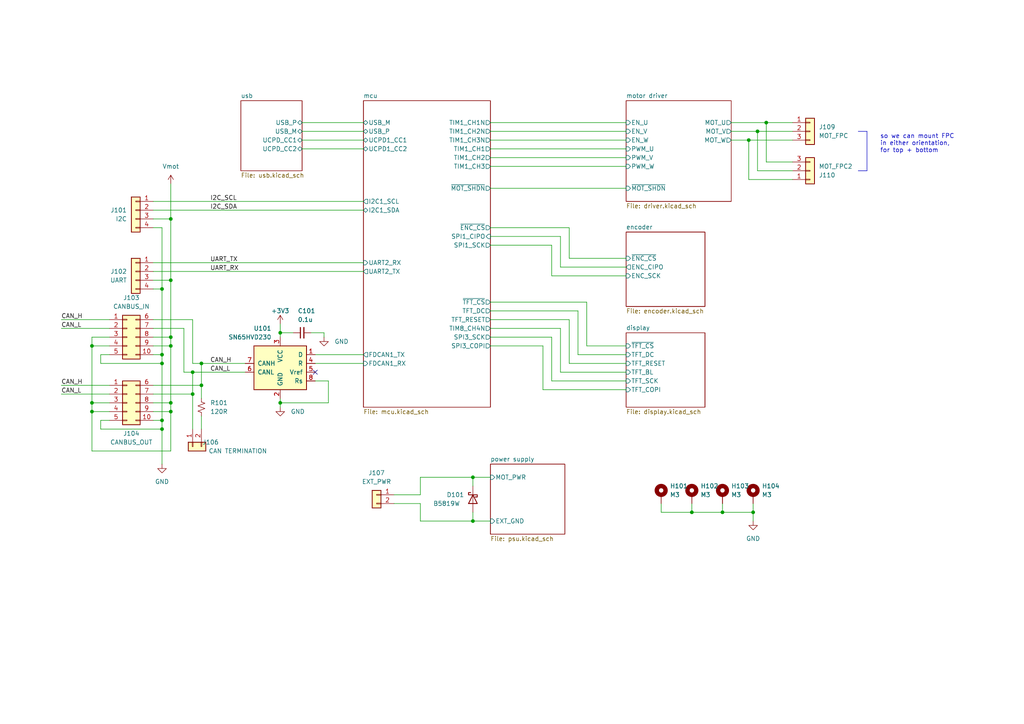
<source format=kicad_sch>
(kicad_sch (version 20230121) (generator eeschema)
  (paper "A4")
  (title_block (title "PERIPHERAL DIAGRAM") (date "2023-06-17") (rev "1.0") (company "matei repair lab"))
  (lib_symbols
    (symbol "Connector_Generic:Conn_01x02" (pin_names (offset 1.016) hide)
      (property "Reference" "J" (at 0 2.54 0))
      (property "Value" "Conn_01x02" (at 0 -5.08 0))
      (symbol "Conn_01x02_1_1"
        (rectangle (start -1.27 -2.413) (end 0 -2.667) (stroke (width 0.1524)))
        (rectangle (start -1.27 0.127) (end 0 -0.127) (stroke (width 0.1524)))
        (rectangle (start -1.27 1.27) (end 1.27 -3.81) (stroke (width 0.254)) (fill (type background)))
        (pin passive line (at -5.08 0 0) (length 3.81) (name "Pin_1") (number "1"))
        (pin passive line (at -5.08 -2.54 0) (length 3.81) (name "Pin_2") (number "2"))
      )
    )
    (symbol "Connector_Generic:Conn_01x03" (pin_names (offset 1.016) hide)
      (property "Reference" "J" (at 0 5.08 0))
      (property "Value" "Conn_01x03" (at 0 -5.08 0))
      (symbol "Conn_01x03_1_1"
        (rectangle (start -1.27 -2.413) (end 0 -2.667) (stroke (width 0.1524)))
        (rectangle (start -1.27 0.127) (end 0 -0.127) (stroke (width 0.1524)))
        (rectangle (start -1.27 2.667) (end 0 2.413) (stroke (width 0.1524)))
        (rectangle (start -1.27 3.81) (end 1.27 -3.81) (stroke (width 0.254)) (fill (type background)))
        (pin passive line (at -5.08 2.54 0) (length 3.81) (name "Pin_1") (number "1"))
        (pin passive line (at -5.08 0 0) (length 3.81) (name "Pin_2") (number "2"))
        (pin passive line (at -5.08 -2.54 0) (length 3.81) (name "Pin_3") (number "3"))
      )
    )
    (symbol "Connector_Generic:Conn_01x04" (pin_names (offset 1.016) hide)
      (property "Reference" "J" (at 0 5.08 0))
      (property "Value" "Conn_01x04" (at 0 -7.62 0))
      (symbol "Conn_01x04_1_1"
        (rectangle (start -1.27 -4.953) (end 0 -5.207) (stroke (width 0.1524)))
        (rectangle (start -1.27 -2.413) (end 0 -2.667) (stroke (width 0.1524)))
        (rectangle (start -1.27 0.127) (end 0 -0.127) (stroke (width 0.1524)))
        (rectangle (start -1.27 2.667) (end 0 2.413) (stroke (width 0.1524)))
        (rectangle (start -1.27 3.81) (end 1.27 -6.35) (stroke (width 0.254)) (fill (type background)))
        (pin passive line (at -5.08 2.54 0) (length 3.81) (name "Pin_1") (number "1"))
        (pin passive line (at -5.08 0 0) (length 3.81) (name "Pin_2") (number "2"))
        (pin passive line (at -5.08 -2.54 0) (length 3.81) (name "Pin_3") (number "3"))
        (pin passive line (at -5.08 -5.08 0) (length 3.81) (name "Pin_4") (number "4"))
      )
    )
    (symbol "Connector_Generic:Conn_02x05_Top_Bottom" (pin_names (offset 1.016) hide)
      (property "Reference" "J" (at 1.27 7.62 0))
      (property "Value" "Conn_02x05_Top_Bottom" (at 1.27 -7.62 0))
      (symbol "Conn_02x05_Top_Bottom_1_1"
        (rectangle (start -1.27 -4.953) (end 0 -5.207) (stroke (width 0.1524)))
        (rectangle (start -1.27 -2.413) (end 0 -2.667) (stroke (width 0.1524)))
        (rectangle (start -1.27 0.127) (end 0 -0.127) (stroke (width 0.1524)))
        (rectangle (start -1.27 2.667) (end 0 2.413) (stroke (width 0.1524)))
        (rectangle (start -1.27 5.207) (end 0 4.953) (stroke (width 0.1524)))
        (rectangle (start -1.27 6.35) (end 3.81 -6.35) (stroke (width 0.254)) (fill (type background)))
        (rectangle (start 3.81 -4.953) (end 2.54 -5.207) (stroke (width 0.1524)))
        (rectangle (start 3.81 -2.413) (end 2.54 -2.667) (stroke (width 0.1524)))
        (rectangle (start 3.81 0.127) (end 2.54 -0.127) (stroke (width 0.1524)))
        (rectangle (start 3.81 2.667) (end 2.54 2.413) (stroke (width 0.1524)))
        (rectangle (start 3.81 5.207) (end 2.54 4.953) (stroke (width 0.1524)))
        (pin passive line (at -5.08 5.08 0) (length 3.81) (name "Pin_1") (number "1"))
        (pin passive line (at 7.62 -5.08 180) (length 3.81) (name "Pin_10") (number "10"))
        (pin passive line (at -5.08 2.54 0) (length 3.81) (name "Pin_2") (number "2"))
        (pin passive line (at -5.08 0 0) (length 3.81) (name "Pin_3") (number "3"))
        (pin passive line (at -5.08 -2.54 0) (length 3.81) (name "Pin_4") (number "4"))
        (pin passive line (at -5.08 -5.08 0) (length 3.81) (name "Pin_5") (number "5"))
        (pin passive line (at 7.62 5.08 180) (length 3.81) (name "Pin_6") (number "6"))
        (pin passive line (at 7.62 2.54 180) (length 3.81) (name "Pin_7") (number "7"))
        (pin passive line (at 7.62 0 180) (length 3.81) (name "Pin_8") (number "8"))
        (pin passive line (at 7.62 -2.54 180) (length 3.81) (name "Pin_9") (number "9"))
      )
    )
    (symbol "Device:C_Small" (pin_numbers hide) (pin_names (offset 0.254) hide)
      (property "Reference" "C" (at 0.254 1.778 0))
      (property "Value" "C_Small" (at 0.254 -2.032 0))
      (symbol "C_Small_0_1"
        (polyline (pts (xy -1.524 -0.508) (xy 1.524 -0.508)) (stroke (width 0.3302)))
        (polyline (pts (xy -1.524 0.508) (xy 1.524 0.508)) (stroke (width 0.3048)))
      )
      (symbol "C_Small_1_1"
        (pin passive line (at 0 2.54 270) (length 2.032) (name "~") (number "1"))
        (pin passive line (at 0 -2.54 90) (length 2.032) (name "~") (number "2"))
      )
    )
    (symbol "Device:D_Schottky" (pin_numbers hide) (pin_names (offset 1.016) hide)
      (property "Reference" "D" (at 0 2.54 0))
      (property "Value" "D_Schottky" (at 0 -2.54 0))
      (symbol "D_Schottky_0_1"
        (polyline (pts (xy 1.27 0) (xy -1.27 0)))
        (polyline (pts (xy 1.27 1.27) (xy 1.27 -1.27) (xy -1.27 0) (xy 1.27 1.27)) (stroke (width 0.254)))
        (polyline (pts (xy -1.905 0.635) (xy -1.905 1.27) (xy -1.27 1.27) (xy -1.27 -1.27) (xy -0.635 -1.27) (xy -0.635 -0.635)) (stroke (width 0.254)))
      )
      (symbol "D_Schottky_1_1"
        (pin passive line (at -3.81 0 0) (length 2.54) (name "K") (number "1"))
        (pin passive line (at 3.81 0 180) (length 2.54) (name "A") (number "2"))
      )
    )
    (symbol "Device:R_Small_US" (pin_numbers hide) (pin_names (offset 0.254) hide)
      (property "Reference" "R" (at 0.762 0.508 0))
      (property "Value" "R_Small_US" (at 0.762 -1.016 0))
      (symbol "R_Small_US_1_1"
        (polyline (pts (xy 0 0) (xy 1.016 -0.381) (xy 0 -0.762) (xy -1.016 -1.143) (xy 0 -1.524)))
        (polyline (pts (xy 0 1.524) (xy 1.016 1.143) (xy 0 0.762) (xy -1.016 0.381) (xy 0 0)))
        (pin passive line (at 0 2.54 270) (length 1.016) (name "~") (number "1"))
        (pin passive line (at 0 -2.54 90) (length 1.016) (name "~") (number "2"))
      )
    )
    (symbol "Interface_CAN_LIN:SN65HVD230" (pin_names (offset 1.016))
      (property "Reference" "U" (at -2.54 10.16 0))
      (property "Value" "SN65HVD230" (at -2.54 7.62 0))
      (symbol "SN65HVD230_0_1"
        (rectangle (start -7.62 5.08) (end 7.62 -7.62) (stroke (width 0.254)) (fill (type background)))
      )
      (symbol "SN65HVD230_1_1"
        (pin input line (at -10.16 2.54 0) (length 2.54) (name "D") (number "1"))
        (pin power_in line (at 0 -10.16 90) (length 2.54) (name "GND") (number "2"))
        (pin power_in line (at 0 7.62 270) (length 2.54) (name "VCC") (number "3"))
        (pin output line (at -10.16 0 0) (length 2.54) (name "R") (number "4"))
        (pin output line (at -10.16 -2.54 0) (length 2.54) (name "Vref") (number "5"))
        (pin bidirectional line (at 10.16 -2.54 180) (length 2.54) (name "CANL") (number "6"))
        (pin bidirectional line (at 10.16 0 180) (length 2.54) (name "CANH") (number "7"))
        (pin input line (at -10.16 -5.08 0) (length 2.54) (name "Rs") (number "8"))
      )
    )
    (symbol "Mechanical:MountingHole_Pad" (pin_numbers hide) (pin_names (offset 1.016) hide)
      (property "Reference" "H" (at 0 6.35 0))
      (property "Value" "MountingHole_Pad" (at 0 4.445 0))
      (symbol "MountingHole_Pad_0_1"
        (circle (center 0 1.27) (radius 1.27) (stroke (width 1.27)))
      )
      (symbol "MountingHole_Pad_1_1"
        (pin input line (at 0 -2.54 90) (length 2.54) (name "1") (number "1"))
      )
    )
    (symbol "matei:Vmot" (power) (pin_names (offset 0))
      (property "Value" "Vmot" (at 0 3.81 0))
      (symbol "Vmot_0_1"
        (polyline (pts (xy -0.762 1.27) (xy 0 2.54)))
        (polyline (pts (xy 0 0) (xy 0 2.54)))
        (polyline (pts (xy 0 2.54) (xy 0.762 1.27)))
      )
      (symbol "Vmot_1_1"
        (pin power_in line (at 0 0 90) (length 0) hide (name "Vmot") (number "1"))
      )
    )
    (symbol "power:+3V3" (power) (pin_names (offset 0))
      (property "Value" "+3V3" (at 0 3.556 0))
      (symbol "+3V3_0_1"
        (polyline (pts (xy -0.762 1.27) (xy 0 2.54)))
        (polyline (pts (xy 0 0) (xy 0 2.54)))
        (polyline (pts (xy 0 2.54) (xy 0.762 1.27)))
      )
      (symbol "+3V3_1_1"
        (pin power_in line (at 0 0 90) (length 0) hide (name "+3V3") (number "1"))
      )
    )
    (symbol "power:GND" (power) (pin_names (offset 0))
      (property "Value" "GND" (at 0 -3.81 0))
      (symbol "GND_0_1"
        (polyline (pts (xy 0 0) (xy 0 -1.27) (xy 1.27 -1.27) (xy 0 -2.54) (xy -1.27 -1.27) (xy 0 -1.27)))
      )
      (symbol "GND_1_1"
        (pin power_in line (at 0 0 270) (length 0) hide (name "GND") (number "1"))
      )
    )
  )
  (junction (at 137.16 151.13))
  (junction (at 219.71 38.1))
  (junction (at 26.67 116.84))
  (junction (at 49.53 97.79))
  (junction (at 49.53 63.5))
  (junction (at 26.67 100.33))
  (junction (at 222.25 35.56))
  (junction (at 26.67 119.38))
  (junction (at 58.42 105.41))
  (junction (at 55.88 114.3))
  (junction (at 217.17 40.64))
  (junction (at 209.55 148.59))
  (junction (at 81.28 96.52))
  (junction (at 218.44 148.59))
  (junction (at 46.99 102.87))
  (junction (at 46.99 121.92))
  (junction (at 137.16 138.43))
  (junction (at 200.66 148.59))
  (junction (at 46.99 124.46))
  (junction (at 49.53 116.84))
  (junction (at 81.28 116.84))
  (junction (at 46.99 105.41))
  (junction (at 49.53 100.33))
  (junction (at 58.42 111.76))
  (junction (at 46.99 83.82))
  (junction (at 55.88 107.95))
  (junction (at 49.53 119.38))
  (junction (at 49.53 81.28))
  (no_connect (at 91.44 107.95))
  (wire (pts (xy 165.1 105.41) (xy 181.61 105.41)))
  (wire (pts (xy 55.88 107.95) (xy 55.88 114.3)))
  (wire (pts (xy 142.24 38.1) (xy 181.61 38.1)))
  (wire (pts (xy 219.71 38.1) (xy 219.71 49.53)))
  (wire (pts (xy 114.3 146.05) (xy 121.92 146.05)))
  (wire (pts (xy 160.02 80.01) (xy 181.61 80.01)))
  (wire (pts (xy 17.78 95.25) (xy 31.75 95.25)))
  (wire (pts (xy 167.64 102.87) (xy 181.61 102.87)))
  (wire (pts (xy 218.44 148.59) (xy 218.44 151.13)))
  (wire (pts (xy 55.88 114.3) (xy 55.88 124.46)))
  (wire (pts (xy 26.67 116.84) (xy 26.67 100.33)))
  (wire (pts (xy 137.16 151.13) (xy 142.24 151.13)))
  (wire (pts (xy 44.45 83.82) (xy 46.99 83.82)))
  (wire (pts (xy 81.28 96.52) (xy 85.09 96.52)))
  (wire (pts (xy 209.55 146.05) (xy 209.55 148.59)))
  (wire (pts (xy 49.53 116.84) (xy 49.53 119.38)))
  (wire (pts (xy 142.24 48.26) (xy 181.61 48.26)))
  (wire (pts (xy 81.28 116.84) (xy 81.28 118.11)))
  (wire (pts (xy 26.67 100.33) (xy 31.75 100.33)))
  (wire (pts (xy 191.77 146.05) (xy 191.77 148.59)))
  (wire (pts (xy 142.24 54.61) (xy 181.61 54.61)))
  (wire (pts (xy 219.71 49.53) (xy 229.87 49.53)))
  (wire (pts (xy 87.63 40.64) (xy 105.41 40.64)))
  (wire (pts (xy 165.1 74.93) (xy 181.61 74.93)))
  (wire (pts (xy 121.92 138.43) (xy 137.16 138.43)))
  (wire (pts (xy 26.67 119.38) (xy 26.67 130.81)))
  (wire (pts (xy 212.09 38.1) (xy 219.71 38.1)))
  (wire (pts (xy 29.21 124.46) (xy 46.99 124.46)))
  (wire (pts (xy 142.24 68.58) (xy 162.56 68.58)))
  (wire (pts (xy 31.75 116.84) (xy 26.67 116.84)))
  (wire (pts (xy 142.24 40.64) (xy 181.61 40.64)))
  (wire (pts (xy 53.34 107.95) (xy 55.88 107.95)))
  (wire (pts (xy 49.53 63.5) (xy 49.53 81.28)))
  (wire (pts (xy 46.99 83.82) (xy 46.99 102.87)))
  (wire (pts (xy 29.21 102.87) (xy 29.21 105.41)))
  (wire (pts (xy 137.16 138.43) (xy 137.16 140.97)))
  (wire (pts (xy 142.24 100.33) (xy 157.48 100.33)))
  (wire (pts (xy 53.34 95.25) (xy 53.34 107.95)))
  (wire (pts (xy 87.63 38.1) (xy 105.41 38.1)))
  (wire (pts (xy 44.45 76.2) (xy 105.41 76.2)))
  (wire (pts (xy 160.02 110.49) (xy 181.61 110.49)))
  (wire (pts (xy 165.1 66.04) (xy 165.1 74.93)))
  (wire (pts (xy 191.77 148.59) (xy 200.66 148.59)))
  (wire (pts (xy 142.24 71.12) (xy 160.02 71.12)))
  (wire (pts (xy 219.71 38.1) (xy 229.87 38.1)))
  (wire (pts (xy 44.45 119.38) (xy 49.53 119.38)))
  (wire (pts (xy 26.67 119.38) (xy 31.75 119.38)))
  (wire (pts (xy 142.24 35.56) (xy 181.61 35.56)))
  (wire (pts (xy 26.67 97.79) (xy 31.75 97.79)))
  (wire (pts (xy 121.92 146.05) (xy 121.92 151.13)))
  (wire (pts (xy 200.66 146.05) (xy 200.66 148.59)))
  (polyline (pts (xy 248.92 49.53) (xy 251.46 49.53)))
  (wire (pts (xy 91.44 102.87) (xy 105.41 102.87)))
  (wire (pts (xy 212.09 40.64) (xy 217.17 40.64)))
  (wire (pts (xy 49.53 100.33) (xy 49.53 116.84)))
  (wire (pts (xy 44.45 116.84) (xy 49.53 116.84)))
  (wire (pts (xy 200.66 148.59) (xy 209.55 148.59)))
  (wire (pts (xy 44.45 121.92) (xy 46.99 121.92)))
  (wire (pts (xy 222.25 35.56) (xy 229.87 35.56)))
  (wire (pts (xy 44.45 97.79) (xy 49.53 97.79)))
  (wire (pts (xy 17.78 111.76) (xy 31.75 111.76)))
  (wire (pts (xy 142.24 92.71) (xy 165.1 92.71)))
  (wire (pts (xy 157.48 113.03) (xy 181.61 113.03)))
  (wire (pts (xy 160.02 71.12) (xy 160.02 80.01)))
  (wire (pts (xy 160.02 97.79) (xy 160.02 110.49)))
  (wire (pts (xy 46.99 102.87) (xy 46.99 105.41)))
  (wire (pts (xy 81.28 93.98) (xy 81.28 96.52)))
  (wire (pts (xy 29.21 121.92) (xy 29.21 124.46)))
  (wire (pts (xy 44.45 58.42) (xy 105.41 58.42)))
  (wire (pts (xy 26.67 130.81) (xy 49.53 130.81)))
  (polyline (pts (xy 251.46 38.1) (xy 251.46 49.53)))
  (wire (pts (xy 218.44 146.05) (xy 218.44 148.59)))
  (wire (pts (xy 49.53 53.34) (xy 49.53 63.5)))
  (wire (pts (xy 217.17 40.64) (xy 229.87 40.64)))
  (wire (pts (xy 170.18 100.33) (xy 181.61 100.33)))
  (wire (pts (xy 170.18 87.63) (xy 170.18 100.33)))
  (wire (pts (xy 44.45 63.5) (xy 49.53 63.5)))
  (wire (pts (xy 165.1 92.71) (xy 165.1 105.41)))
  (wire (pts (xy 121.92 151.13) (xy 137.16 151.13)))
  (wire (pts (xy 44.45 60.96) (xy 105.41 60.96)))
  (wire (pts (xy 55.88 107.95) (xy 71.12 107.95)))
  (wire (pts (xy 26.67 100.33) (xy 26.67 97.79)))
  (wire (pts (xy 44.45 100.33) (xy 49.53 100.33)))
  (wire (pts (xy 17.78 114.3) (xy 31.75 114.3)))
  (wire (pts (xy 93.98 96.52) (xy 93.98 97.79)))
  (wire (pts (xy 162.56 68.58) (xy 162.56 77.47)))
  (wire (pts (xy 142.24 45.72) (xy 181.61 45.72)))
  (wire (pts (xy 162.56 95.25) (xy 162.56 107.95)))
  (wire (pts (xy 87.63 43.18) (xy 105.41 43.18)))
  (wire (pts (xy 58.42 105.41) (xy 58.42 111.76)))
  (wire (pts (xy 58.42 120.65) (xy 58.42 124.46)))
  (wire (pts (xy 142.24 87.63) (xy 170.18 87.63)))
  (wire (pts (xy 95.25 116.84) (xy 81.28 116.84)))
  (wire (pts (xy 49.53 81.28) (xy 49.53 97.79)))
  (wire (pts (xy 91.44 110.49) (xy 95.25 110.49)))
  (wire (pts (xy 49.53 97.79) (xy 49.53 100.33)))
  (wire (pts (xy 55.88 105.41) (xy 58.42 105.41)))
  (wire (pts (xy 58.42 111.76) (xy 58.42 115.57)))
  (wire (pts (xy 212.09 35.56) (xy 222.25 35.56)))
  (wire (pts (xy 44.45 66.04) (xy 46.99 66.04)))
  (wire (pts (xy 142.24 90.17) (xy 167.64 90.17)))
  (wire (pts (xy 137.16 138.43) (xy 142.24 138.43)))
  (wire (pts (xy 142.24 43.18) (xy 181.61 43.18)))
  (wire (pts (xy 209.55 148.59) (xy 218.44 148.59)))
  (wire (pts (xy 95.25 110.49) (xy 95.25 116.84)))
  (wire (pts (xy 55.88 92.71) (xy 55.88 105.41)))
  (wire (pts (xy 44.45 81.28) (xy 49.53 81.28)))
  (wire (pts (xy 26.67 116.84) (xy 26.67 119.38)))
  (wire (pts (xy 222.25 46.99) (xy 229.87 46.99)))
  (polyline (pts (xy 248.92 38.1) (xy 251.46 38.1)))
  (wire (pts (xy 44.45 78.74) (xy 105.41 78.74)))
  (wire (pts (xy 44.45 111.76) (xy 58.42 111.76)))
  (wire (pts (xy 46.99 105.41) (xy 46.99 121.92)))
  (wire (pts (xy 44.45 95.25) (xy 53.34 95.25)))
  (wire (pts (xy 142.24 97.79) (xy 160.02 97.79)))
  (wire (pts (xy 17.78 92.71) (xy 31.75 92.71)))
  (wire (pts (xy 91.44 105.41) (xy 105.41 105.41)))
  (wire (pts (xy 167.64 90.17) (xy 167.64 102.87)))
  (wire (pts (xy 31.75 121.92) (xy 29.21 121.92)))
  (wire (pts (xy 58.42 105.41) (xy 71.12 105.41)))
  (wire (pts (xy 137.16 148.59) (xy 137.16 151.13)))
  (wire (pts (xy 157.48 100.33) (xy 157.48 113.03)))
  (wire (pts (xy 162.56 77.47) (xy 181.61 77.47)))
  (wire (pts (xy 49.53 119.38) (xy 49.53 130.81)))
  (wire (pts (xy 142.24 66.04) (xy 165.1 66.04)))
  (wire (pts (xy 217.17 52.07) (xy 229.87 52.07)))
  (wire (pts (xy 46.99 121.92) (xy 46.99 124.46)))
  (wire (pts (xy 46.99 124.46) (xy 46.99 134.62)))
  (wire (pts (xy 114.3 143.51) (xy 121.92 143.51)))
  (wire (pts (xy 87.63 35.56) (xy 105.41 35.56)))
  (wire (pts (xy 90.17 96.52) (xy 93.98 96.52)))
  (wire (pts (xy 31.75 102.87) (xy 29.21 102.87)))
  (wire (pts (xy 222.25 35.56) (xy 222.25 46.99)))
  (wire (pts (xy 81.28 96.52) (xy 81.28 97.79)))
  (wire (pts (xy 29.21 105.41) (xy 46.99 105.41)))
  (wire (pts (xy 44.45 114.3) (xy 55.88 114.3)))
  (wire (pts (xy 217.17 40.64) (xy 217.17 52.07)))
  (wire (pts (xy 121.92 143.51) (xy 121.92 138.43)))
  (wire (pts (xy 142.24 95.25) (xy 162.56 95.25)))
  (wire (pts (xy 81.28 116.84) (xy 81.28 115.57)))
  (wire (pts (xy 44.45 102.87) (xy 46.99 102.87)))
  (wire (pts (xy 162.56 107.95) (xy 181.61 107.95)))
  (wire (pts (xy 46.99 66.04) (xy 46.99 83.82)))
  (wire (pts (xy 44.45 92.71) (xy 55.88 92.71)))
  (text "so we can mount FPC \nin either orientation, \nfor top + bottom " (at 255.27 44.45 0) (effects (font (size 1.27 1.27)) (justify left bottom)))
  (label "CAN_L" (at 17.78 114.3 0))
  (label "I2C_SDA" (at 60.96 60.96 0))
  (label "UART_TX" (at 60.96 76.2 0))
  (label "CAN_L" (at 17.78 95.25 0))
  (label "CAN_H" (at 17.78 92.71 0))
  (label "CAN_H" (at 60.96 105.41 0))
  (label "CAN_L" (at 60.96 107.95 0))
  (label "I2C_SCL" (at 60.96 58.42 0))
  (label "UART_RX" (at 60.96 78.74 0))
  (label "CAN_H" (at 17.78 111.76 0))
  (symbol (lib_id "Device:R_Small_US") (at 58.42 118.11 180) (unit 1)
    (property "Reference" "R101" (at 60.96 116.84 0) (effects (justify right)))
    (property "Value" "120R" (at 60.96 119.38 0) (effects (justify right)))
    (property "Footprint" "Resistor_SMD:R_0402_1005Metric" (effects hide))
  )
  (symbol (lib_id "power:GND") (at 93.98 97.79 0) (unit 1)
    (property "Reference" "#PWR0105" (effects hide))
    (property "Value" "GND" (at 99.06 99.06 0))
  )
  (symbol (lib_id "Device:D_Schottky") (at 137.16 144.78 90) (mirror x) (unit 1)
    (property "Reference" "D101" (at 132.08 143.51 90))
    (property "Value" "B5819W" (at 129.54 146.05 90))
    (property "Footprint" "Diode_SMD:D_SOD-123" (effects hide))
  )
  (symbol (lib_id "Mechanical:MountingHole_Pad") (at 200.66 143.51 0) (unit 1)
    (property "Reference" "H102" (at 203.2 140.97 0) (effects (justify left)))
    (property "Value" "M3" (at 203.2 143.51 0) (effects (justify left)))
    (property "Footprint" "MountingHole:MountingHole_3.2mm_M3_DIN965_Pad" (effects hide))
  )
  (symbol (lib_id "Connector_Generic:Conn_01x02") (at 109.22 143.51 0) (mirror y) (unit 1)
    (property "Reference" "J107" (at 109.22 137.16 0))
    (property "Value" "EXT_PWR" (at 109.22 139.7 0))
    (property "Footprint" "matei:JST-XH-edgemount-2p" (effects hide))
  )
  (symbol (lib_id "Device:C_Small") (at 87.63 96.52 90) (mirror x) (unit 1)
    (property "Reference" "C101" (at 86.36 90.17 90) (effects (justify right)))
    (property "Value" "0.1u" (at 86.36 92.71 90) (effects (justify right)))
    (property "Footprint" "Capacitor_SMD:C_0402_1005Metric" (effects hide))
  )
  (symbol (lib_id "Mechanical:MountingHole_Pad") (at 191.77 143.51 0) (unit 1)
    (property "Reference" "H101" (at 194.31 140.97 0) (effects (justify left)))
    (property "Value" "M3" (at 194.31 143.51 0) (effects (justify left)))
    (property "Footprint" "MountingHole:MountingHole_3.2mm_M3_DIN965_Pad" (effects hide))
  )
  (symbol (lib_id "Connector_Generic:Conn_01x04") (at 39.37 60.96 0) (mirror y) (unit 1)
    (property "Reference" "J101" (at 36.83 60.96 0) (effects (justify left)))
    (property "Value" "I2C" (at 36.83 63.5 0) (effects (justify left)))
    (property "Footprint" "Connector_PinHeader_2.54mm:PinHeader_2x02_P2.54mm_Vertical" (effects hide))
  )
  (symbol (lib_id "Connector_Generic:Conn_02x05_Top_Bottom") (at 36.83 116.84 0) (unit 1)
    (property "Reference" "J104" (at 38.1 125.73 0))
    (property "Value" "CANBUS_OUT" (at 38.1 128.27 0))
    (property "Footprint" "matei:AVX-009159010061911" (effects hide))
  )
  (symbol (lib_id "Connector_Generic:Conn_01x03") (at 234.95 38.1 0) (unit 1)
    (property "Reference" "J109" (at 237.49 36.83 0) (effects (justify left)))
    (property "Value" "MOT_FPC" (at 237.49 39.37 0) (effects (justify left)))
    (property "Footprint" "matei:FPC-SMD_3P-P1.00_HDGC_1.0K-LS-3PWB-BOTTOMCONTACT" (effects hide))
  )
  (symbol (lib_id "Interface_CAN_LIN:SN65HVD230") (at 81.28 105.41 0) (mirror y) (unit 1)
    (property "Reference" "U101" (at 78.74 95.25 0) (effects (justify left)))
    (property "Value" "SN65HVD230" (at 78.74 97.79 0) (effects (justify left)))
    (property "Footprint" "Package_SO:SOIC-8_3.9x4.9mm_P1.27mm" (effects hide))
    (property "Datasheet" "http://www.ti.com/lit/ds/symlink/sn65hvd230.pdf" (effects hide))
  )
  (symbol (lib_id "power:GND") (at 81.28 118.11 0) (unit 1)
    (property "Reference" "#PWR0104" (effects hide))
    (property "Value" "GND" (at 86.36 119.38 0))
  )
  (symbol (lib_id "power:GND") (at 46.99 134.62 0) (mirror y) (unit 1)
    (property "Reference" "#PWR0101" (effects hide))
    (property "Value" "GND" (at 46.99 139.7 0))
  )
  (symbol (lib_id "power:GND") (at 218.44 151.13 0) (mirror y) (unit 1)
    (property "Reference" "#PWR0106" (effects hide))
    (property "Value" "GND" (at 218.44 156.21 0))
  )
  (symbol (lib_id "matei:Vmot") (at 49.53 53.34 0) (unit 1)
    (property "Reference" "#PWR0102" (effects hide))
    (property "Value" "Vmot" (at 49.53 48.26 0))
  )
  (symbol (lib_id "Mechanical:MountingHole_Pad") (at 209.55 143.51 0) (unit 1)
    (property "Reference" "H103" (at 212.09 140.97 0) (effects (justify left)))
    (property "Value" "M3" (at 212.09 143.51 0) (effects (justify left)))
    (property "Footprint" "MountingHole:MountingHole_3.2mm_M3_DIN965_Pad" (effects hide))
  )
  (symbol (lib_id "Mechanical:MountingHole_Pad") (at 218.44 143.51 0) (unit 1)
    (property "Reference" "H104" (at 220.98 140.97 0) (effects (justify left)))
    (property "Value" "M3" (at 220.98 143.51 0) (effects (justify left)))
    (property "Footprint" "MountingHole:MountingHole_3.2mm_M3_DIN965_Pad" (effects hide))
  )
  (symbol (lib_id "Connector_Generic:Conn_01x02") (at 55.88 129.54 90) (mirror x) (unit 1)
    (property "Reference" "J106" (at 63.5 128.27 90) (effects (justify left)))
    (property "Value" "CAN TERMINATION" (at 77.47 130.81 90) (effects (justify left)))
    (property "Footprint" "Jumper:SolderJumper-2_P1.3mm_Open_RoundedPad1.0x1.5mm" (effects hide))
  )
  (symbol (lib_id "Connector_Generic:Conn_01x03") (at 234.95 49.53 0) (mirror x) (unit 1)
    (property "Reference" "J110" (at 237.49 50.8 0) (effects (justify left)))
    (property "Value" "MOT_FPC2" (at 237.49 48.26 0) (effects (justify left)))
    (property "Footprint" "matei:FPC-SMD_3P-P1.00_HDGC_1.0K-LS-3PWB-BOTTOMCONTACT" (effects hide))
  )
  (symbol (lib_id "Connector_Generic:Conn_02x05_Top_Bottom") (at 36.83 97.79 0) (unit 1)
    (property "Reference" "J103" (at 38.1 86.36 0))
    (property "Value" "CANBUS_IN" (at 38.1 88.9 0))
    (property "Footprint" "matei:AVX-009159010061911" (effects hide))
  )
  (symbol (lib_id "Connector_Generic:Conn_01x04") (at 39.37 78.74 0) (mirror y) (unit 1)
    (property "Reference" "J102" (at 36.83 78.74 0) (effects (justify left)))
    (property "Value" "UART" (at 36.83 81.28 0) (effects (justify left)))
    (property "Footprint" "Connector_PinHeader_2.54mm:PinHeader_2x02_P2.54mm_Vertical" (effects hide))
  )
  (symbol (lib_id "power:+3V3") (at 81.28 93.98 0) (unit 1)
    (property "Reference" "#PWR0103" (effects hide))
    (property "Value" "+3V3" (at 81.28 90.17 0))
  )
  (sheet (at 181.61 29.21) (size 30.48 29.21) (stroke (width 0.1524))
    (property "Sheetname" "motor driver" (at 181.61 28.4984 0) (effects (justify left bottom)))
    (property "Sheetfile" "driver.kicad_sch" (at 181.61 59.0046 0) (effects (justify left top)))
    (pin "MOT_V" output (at 212.09 38.1 0))
    (pin "MOT_W" output (at 212.09 40.64 0))
    (pin "MOT_U" output (at 212.09 35.56 0))
    (pin "PWM_U" input (at 181.61 43.18 180))
    (pin "EN_V" input (at 181.61 38.1 180))
    (pin "EN_U" input (at 181.61 35.56 180))
    (pin "~{MOT_SHDN}" input (at 181.61 54.61 180))
    (pin "PWM_W" input (at 181.61 48.26 180))
    (pin "PWM_V" input (at 181.61 45.72 180))
    (pin "EN_W" input (at 181.61 40.64 180))
  )
  (sheet (at 181.61 96.52) (size 22.86 21.59) (stroke (width 0.1524))
    (property "Sheetname" "display" (at 181.61 95.8084 0) (effects (justify left bottom)))
    (property "Sheetfile" "display.kicad_sch" (at 181.61 118.6946 0) (effects (justify left top)))
    (pin "~{TFT_CS}" input (at 181.61 100.33 180))
    (pin "TFT_BL" input (at 181.61 107.95 180))
    (pin "TFT_SCK" input (at 181.61 110.49 180))
    (pin "TFT_RESET" input (at 181.61 105.41 180))
    (pin "TFT_COPI" input (at 181.61 113.03 180))
    (pin "TFT_DC" input (at 181.61 102.87 180))
  )
  (sheet (at 69.85 29.21) (size 17.78 20.32) (stroke (width 0.1524))
    (property "Sheetname" "usb" (at 69.85 28.4984 0) (effects (justify left bottom)))
    (property "Sheetfile" "usb.kicad_sch" (at 69.85 50.1146 0) (effects (justify left top)))
    (pin "UCPD_CC1" bidirectional (at 87.63 40.64 0))
    (pin "UCPD_CC2" bidirectional (at 87.63 43.18 0))
    (pin "USB_M" bidirectional (at 87.63 38.1 0))
    (pin "USB_P" bidirectional (at 87.63 35.56 0))
  )
  (sheet (at 181.61 67.31) (size 22.86 21.59) (stroke (width 0.1524))
    (property "Sheetname" "encoder" (at 181.61 66.5984 0) (effects (justify left bottom)))
    (property "Sheetfile" "encoder.kicad_sch" (at 181.61 89.4846 0) (effects (justify left top)))
    (pin "~{ENC_CS}" input (at 181.61 74.93 180))
    (pin "ENC_CIPO" output (at 181.61 77.47 180))
    (pin "ENC_SCK" input (at 181.61 80.01 180))
  )
  (sheet (at 105.41 29.21) (size 36.83 88.9) (stroke (width 0.1524))
    (property "Sheetname" "mcu" (at 105.41 28.4984 0) (effects (justify left bottom)))
    (property "Sheetfile" "mcu.kicad_sch" (at 105.41 118.6946 0) (effects (justify left top)))
    (pin "SPI3_COPI" output (at 142.24 100.33 0))
    (pin "I2C1_SDA" bidirectional (at 105.41 60.96 180))
    (pin "TFT_DC" output (at 142.24 90.17 0))
    (pin "TFT_RESET" output (at 142.24 92.71 0))
    (pin "TIM8_CH4N" output (at 142.24 95.25 0))
    (pin "UCPD1_CC2" bidirectional (at 105.41 43.18 180))
    (pin "SPI3_SCK" output (at 142.24 97.79 0))
    (pin "FDCAN1_RX" input (at 105.41 105.41 180))
    (pin "FDCAN1_TX" output (at 105.41 102.87 180))
    (pin "UCPD1_CC1" bidirectional (at 105.41 40.64 180))
    (pin "SPI1_CIPO" input (at 142.24 68.58 0))
    (pin "SPI1_SCK" output (at 142.24 71.12 0))
    (pin "UART2_RX" input (at 105.41 76.2 180))
    (pin "UART2_TX" output (at 105.41 78.74 180))
    (pin "USB_M" bidirectional (at 105.41 35.56 180))
    (pin "I2C1_SCL" output (at 105.41 58.42 180))
    (pin "USB_P" bidirectional (at 105.41 38.1 180))
    (pin "TIM1_CH2N" output (at 142.24 38.1 0))
    (pin "TIM1_CH3N" output (at 142.24 40.64 0))
    (pin "TIM1_CH1N" output (at 142.24 35.56 0))
    (pin "TIM1_CH1" output (at 142.24 43.18 0))
    (pin "TIM1_CH2" output (at 142.24 45.72 0))
    (pin "TIM1_CH3" output (at 142.24 48.26 0))
    (pin "~{TFT_CS}" output (at 142.24 87.63 0))
    (pin "~{MOT_SHDN}" output (at 142.24 54.61 0))
    (pin "~{ENC_CS}" output (at 142.24 66.04 0))
  )
  (sheet (at 142.24 134.62) (size 21.59 20.32) (stroke (width 0.1524))
    (property "Sheetname" "power supply" (at 142.24 133.9084 0) (effects (justify left bottom)))
    (property "Sheetfile" "psu.kicad_sch" (at 142.24 155.5246 0) (effects (justify left top)))
    (pin "EXT_GND" input (at 142.24 151.13 180))
    (pin "MOT_PWR" input (at 142.24 138.43 180))
  )
)
</source>
